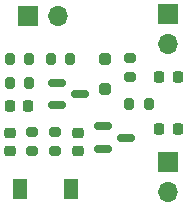
<source format=gbr>
%TF.GenerationSoftware,KiCad,Pcbnew,8.0.1*%
%TF.CreationDate,2024-05-12T11:03:26+05:30*%
%TF.ProjectId,PBSEQ-D1,50425345-512d-4443-912e-6b696361645f,0.1*%
%TF.SameCoordinates,PX7bfa480PY68e7780*%
%TF.FileFunction,Soldermask,Top*%
%TF.FilePolarity,Negative*%
%FSLAX46Y46*%
G04 Gerber Fmt 4.6, Leading zero omitted, Abs format (unit mm)*
G04 Created by KiCad (PCBNEW 8.0.1) date 2024-05-12 11:03:26*
%MOMM*%
%LPD*%
G01*
G04 APERTURE LIST*
G04 Aperture macros list*
%AMRoundRect*
0 Rectangle with rounded corners*
0 $1 Rounding radius*
0 $2 $3 $4 $5 $6 $7 $8 $9 X,Y pos of 4 corners*
0 Add a 4 corners polygon primitive as box body*
4,1,4,$2,$3,$4,$5,$6,$7,$8,$9,$2,$3,0*
0 Add four circle primitives for the rounded corners*
1,1,$1+$1,$2,$3*
1,1,$1+$1,$4,$5*
1,1,$1+$1,$6,$7*
1,1,$1+$1,$8,$9*
0 Add four rect primitives between the rounded corners*
20,1,$1+$1,$2,$3,$4,$5,0*
20,1,$1+$1,$4,$5,$6,$7,0*
20,1,$1+$1,$6,$7,$8,$9,0*
20,1,$1+$1,$8,$9,$2,$3,0*%
G04 Aperture macros list end*
%ADD10R,1.150000X1.700000*%
%ADD11RoundRect,0.200000X0.200000X0.275000X-0.200000X0.275000X-0.200000X-0.275000X0.200000X-0.275000X0*%
%ADD12RoundRect,0.200000X0.275000X-0.200000X0.275000X0.200000X-0.275000X0.200000X-0.275000X-0.200000X0*%
%ADD13RoundRect,0.200000X-0.200000X-0.275000X0.200000X-0.275000X0.200000X0.275000X-0.200000X0.275000X0*%
%ADD14RoundRect,0.200000X-0.275000X0.200000X-0.275000X-0.200000X0.275000X-0.200000X0.275000X0.200000X0*%
%ADD15RoundRect,0.150000X-0.587500X-0.150000X0.587500X-0.150000X0.587500X0.150000X-0.587500X0.150000X0*%
%ADD16R,1.700000X1.700000*%
%ADD17O,1.700000X1.700000*%
%ADD18RoundRect,0.218750X-0.218750X-0.256250X0.218750X-0.256250X0.218750X0.256250X-0.218750X0.256250X0*%
%ADD19RoundRect,0.250000X0.250000X-0.250000X0.250000X0.250000X-0.250000X0.250000X-0.250000X-0.250000X0*%
%ADD20RoundRect,0.225000X-0.250000X0.225000X-0.250000X-0.225000X0.250000X-0.225000X0.250000X0.225000X0*%
%ADD21RoundRect,0.225000X-0.225000X-0.250000X0.225000X-0.250000X0.225000X0.250000X-0.225000X0.250000X0*%
%ADD22RoundRect,0.225000X0.250000X-0.225000X0.250000X0.225000X-0.250000X0.225000X-0.250000X-0.225000X0*%
G04 APERTURE END LIST*
D10*
%TO.C,SW1*%
X6705000Y2260000D03*
X2355000Y2260000D03*
%TD*%
D11*
%TO.C,R7*%
X13260000Y9445000D03*
X11610000Y9445000D03*
%TD*%
D12*
%TO.C,R6*%
X11685000Y11690000D03*
X11685000Y13340000D03*
%TD*%
D11*
%TO.C,R5*%
X3140000Y13275000D03*
X1490000Y13275000D03*
%TD*%
D13*
%TO.C,R4*%
X4990000Y13275000D03*
X6640000Y13275000D03*
%TD*%
%TO.C,R3*%
X1490000Y11245000D03*
X3140000Y11245000D03*
%TD*%
D12*
%TO.C,R2*%
X5295000Y5420000D03*
X5295000Y7070000D03*
%TD*%
D14*
%TO.C,R1*%
X3415000Y7070000D03*
X3415000Y5420000D03*
%TD*%
D15*
%TO.C,Q2*%
X5527500Y11213000D03*
X5527500Y9313000D03*
X7402500Y10263000D03*
%TD*%
%TO.C,Q1*%
X9427500Y7544000D03*
X9427500Y5644000D03*
X11302500Y6594000D03*
%TD*%
D16*
%TO.C,J3*%
X3022500Y16925000D03*
D17*
X5562500Y16925000D03*
%TD*%
D16*
%TO.C,J2*%
X14925000Y4525000D03*
D17*
X14925000Y1985000D03*
%TD*%
%TO.C,J1*%
X14925000Y14485000D03*
D16*
X14925000Y17025000D03*
%TD*%
D18*
%TO.C,D3*%
X14157500Y7295000D03*
X15732500Y7295000D03*
%TD*%
%TO.C,D2*%
X14157500Y11685000D03*
X15732500Y11685000D03*
%TD*%
D19*
%TO.C,D1*%
X9575000Y10730000D03*
X9575000Y13230000D03*
%TD*%
D20*
%TO.C,C3*%
X1525000Y7020000D03*
X1525000Y5470000D03*
%TD*%
D21*
%TO.C,C2*%
X1530000Y9235000D03*
X3080000Y9235000D03*
%TD*%
D22*
%TO.C,C1*%
X7255000Y5470000D03*
X7255000Y7020000D03*
%TD*%
M02*

</source>
